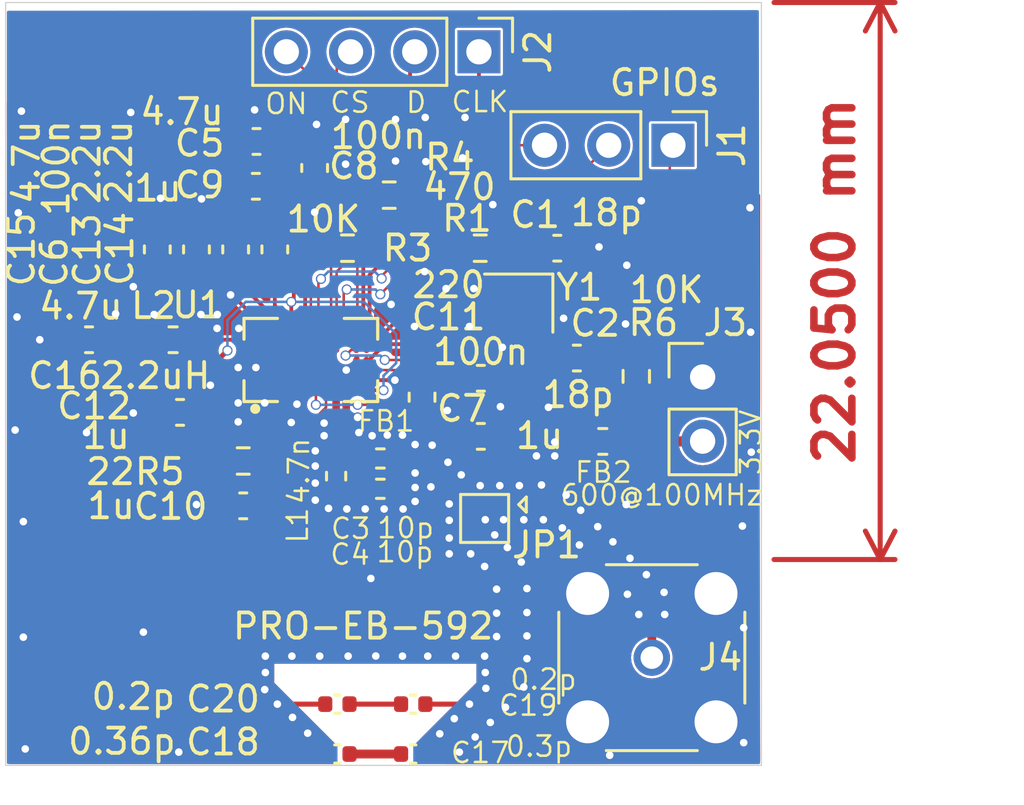
<source format=kicad_pcb>
(kicad_pcb (version 20240108) (generator "pcbnew") (generator_version "8.0")
  (layers (0 "F.Cu" signal) (1 "In1.Cu" signal) (2 "In2.Cu" signal) (31 "B.Cu" signal) (34 "B.Paste" user) (35 "F.Paste" user) (36 "B.SilkS" user "B.Silkscreen") (37 "F.SilkS" user "F.Silkscreen") (38 "B.Mask" user) (39 "F.Mask" user) (44 "Edge.Cuts" user))
  (net 0 "")
  (net 15 "GND")
  (net 16 "Net-(C1-Pad1)")
  (net 17 "Net-(U1-WLRF_XTAL_XOP)")
  (net 18 "Net-(U1-WLRF_XTAL_XON)")
  (net 19 "Net-(U1-WLRF_2G_RF)")
  (net 20 "Net-(C4-Pad1)")
  (net 21 "WLRF_2G_ELG")
  (net 22 "ANTENNA")
  (net 23 "WL_D")
  (net 24 "Net-(U1-SDIO_DATA_1)")
  (net 25 "Net-(U1-SDIO_DATA_0)")
  (net 26 "WL_CLK")
  (net 27 "WL_CS")
  (net 28 "WL_ON")
  (net 29 "WL_GPIO2")
  (net 30 "WL_GPIO1")
  (net 31 "WL_GPIO0")
  (net 32 "VOUT_3P3")
  (net 33 "VOUT_CORE")
  (net 34 "VDDBAT")
  (net 35 "BT_PAVDD")
  (net 36 "XTAL_VDD")
  (net 37 "Net-(U1-BTFM_PLL_VDD)")
  (net 38 "VOUT_LN")
  (net 39 "SR_VLX")
  (net 40 "+3.3V")
  (net 41 "Net-(C17-Pad2)")
  (net 42 "Net-(C19-Pad2)")
  (net 43 "Net-(J4-In)")
  (net 44 "Net-(JP1-C)")
  (footprint "Capacitor_SMD:C_0603_1608Metric" (layer "F.Cu") (at 134.825 91.925 90)
    (property "Reference" "C13")
    (property "Value" "2.2u")
  )
  (footprint "Resistor_SMD:R_0402_1005Metric" (layer "F.Cu") (at 140.55 100.2)
    (property "Reference" "C3")
    (property "Value" "10p")
  )
  (footprint "Capacitor_SMD:C_0402_1005Metric" (layer "F.Cu") (at 138.85 109.925 180)
    (property "Reference" "C20")
    (property "Value" "0.2p")
  )
  (footprint "Connector_PinHeader_2.54mm:PinHeader_1x02_P2.54mm_Vertical" (layer "F.Cu") (at 153.3 96.975)
    (property "Reference" "J3")
    (property "Value" "Power")
  )
  (footprint "Inductor_SMD:L_0603_1608Metric" (layer "F.Cu") (at 142.2 97.775 90)
    (property "Reference" "FB1")
    (property "Value" "600@100MHz" (hide yes))
  )
  (footprint "Capacitor_SMD:C_0603_1608Metric" (layer "F.Cu") (at 133.275 91.925 90)
    (property "Reference" "C6")
    (property "Value" "100n")
  )
  (footprint "Inductor_SMD:L_0603_1608Metric" (layer "F.Cu") (at 149.35 99.525)
    (property "Reference" "FB2")
    (property "Value" "600@100MHz")
  )
  (footprint "Resistor_SMD:R_0603_1608Metric" (layer "F.Cu") (at 150.675 96.95 -90)
    (property "Reference" "R6")
    (property "Value" "10K")
  )
  (footprint "Capacitor_SMD:C_0603_1608Metric" (layer "F.Cu") (at 129.025 95.5 180)
    (property "Reference" "C16")
    (property "Value" "4.7u")
  )
  (footprint "Resistor_SMD:R_0402_1005Metric" (layer "F.Cu") (at 140.55 101.4)
    (property "Reference" "C4")
    (property "Value" "10p")
  )
  (footprint "Capacitor_SMD:C_0603_1608Metric" (layer "F.Cu") (at 136.375 91.925 90)
    (property "Reference" "C14")
    (property "Value" "2.2u")
  )
  (footprint "Capacitor_SMD:C_0603_1608Metric" (layer "F.Cu") (at 148.325 96.225)
    (property "Reference" "C2")
    (property "Value" "18p")
  )
  (footprint "Connector_PinHeader_2.54mm:PinHeader_1x04_P2.54mm_Vertical" (layer "F.Cu") (at 144.45 84.1 -90)
    (property "Reference" "J2")
    (property "Value" "SPI")
  )
  (footprint "Resistor_SMD:R_0402_1005Metric" (layer "F.Cu") (at 138.8 100.9 -90)
    (property "Reference" "L1")
    (property "Value" "4.7n")
  )
  (footprint "Capacitor_SMD:C_0603_1608Metric" (layer "F.Cu") (at 135.125 102.075 180)
    (property "Reference" "C10")
    (property "Value" "1u")
  )
  (footprint "Crystal:Crystal_SMD_2016-4Pin_2.0x1.6mm" (layer "F.Cu") (at 146.025 94.05 180)
    (property "Reference" "Y1")
    (property "Value" "Crystal")
  )
  (footprint "Connector_PinHeader_2.54mm:PinHeader_1x03_P2.54mm_Vertical" (layer "F.Cu") (at 152.125 87.8 -90)
    (property "Reference" "J1")
    (property "Value" "GPIOs")
  )
  (footprint "Capacitor_SMD:C_0603_1608Metric" (layer "F.Cu") (at 144.525 97.025)
    (property "Reference" "C11")
    (property "Value" "100n")
  )
  (footprint "Capacitor_SMD:C_0603_1608Metric" (layer "F.Cu") (at 131.725 91.925 90)
    (property "Reference" "C15")
    (property "Value" "4.7u")
  )
  (footprint "Capacitor_SMD:C_0603_1608Metric" (layer "F.Cu") (at 132.625 98.375 180)
    (property "Reference" "C12")
    (property "Value" "1u")
  )
  (footprint "Connector_Coaxial:SMA_Amphenol_132134-14_Vertical" (layer "F.Cu") (at 151.29 108.085)
    (property "Reference" "J4")
    (property "Value" "RP-SMA Female")
  )
  (footprint "Inductor_SMD:L_0603_1608Metric" (layer "F.Cu") (at 132.35 95.5)
    (property "Reference" "L2")
    (property "Value" "2.2uH")
  )
  (footprint "Capacitor_SMD:C_0603_1608Metric" (layer "F.Cu") (at 135.625 89.425 180)
    (property "Reference" "C9")
    (property "Value" "1u")
  )
  (footprint "Capacitor_SMD:C_0402_1005Metric" (layer "F.Cu") (at 141.85 111.9 180)
    (property "Reference" "C17")
    (property "Value" "0.3p")
  )
  (footprint "Jumper:SolderJumper-3_P1.3mm_Open_Pad1.0x1.5mm" (layer "F.Cu") (at 145.425 102.025)
    (property "Reference" "JP1")
    (property "Value" "SolderJumper_3_Open")
  )
  (footprint "Capacitor_SMD:C_0603_1608Metric" (layer "F.Cu") (at 144.525 99.325)
    (property "Reference" "C7")
    (property "Value" "1u")
  )
  (footprint "Resistor_SMD:R_0603_1608Metric" (layer "F.Cu") (at 139.25 91.875)
    (property "Reference" "R3")
    (property "Value" "10K")
  )
  (footprint "CYW43439KUBGT:BGA63N40P7X12_287X487X55N" (layer "F.Cu") (at 137.8 96.3 90)
    (property "Reference" "U1")
    (property "Value" "CYW43439KUBGT")
  )
  (footprint "Capacitor_SMD:C_0402_1005Metric" (layer "F.Cu") (at 141.85 109.925 180)
    (property "Reference" "C19")
    (property "Value" "0.2p")
  )
  (footprint "Capacitor_SMD:C_0402_1005Metric" (layer "F.Cu") (at 138.85 111.9 180)
    (property "Reference" "C18")
    (property "Value" "0.36p")
  )
  (footprint "Capacitor_SMD:C_0603_1608Metric" (layer "F.Cu") (at 147.55 91.875)
    (property "Reference" "C1")
    (property "Value" "18p")
  )
  (footprint "Resistor_SMD:R_0603_1608Metric" (layer "F.Cu") (at 140.9 89.775)
    (property "Reference" "R4")
    (property "Value" "470")
  )
  (footprint "Capacitor_SMD:C_0603_1608Metric" (layer "F.Cu") (at 137.95 88.7 90)
    (property "Reference" "C8")
    (property "Value" "100n")
  )
  (footprint "Capacitor_SMD:C_0603_1608Metric" (layer "F.Cu") (at 135.65 87.65 180)
    (property "Reference" "C5")
    (property "Value" "4.7u")
  )
  (footprint "Resistor_SMD:R_0603_1608Metric" (layer "F.Cu") (at 135.125 100.3)
    (property "Reference" "R5")
    (property "Value" "22")
  )
  (footprint "Resistor_SMD:R_0603_1608Metric" (layer "F.Cu") (at 144.5 91.875)
    (property "Reference" "R1")
    (property "Value" "220")
  )
  (gr_rect (start 125.725 82.15) (end 155.625 112.35) (stroke (width 0.05)) (fill none) (layer "Edge.Cuts"))
  (gr_text "CLK" (at 143.3 86.55 0) (layer "F.SilkS") (effects (font (size 0.8 0.8) (thickness 0.1)) (justify left bottom)))
  (gr_text "CS" (at 138.5 86.575 0) (layer "F.SilkS") (effects (font (size 0.8 0.8) (thickness 0.1)) (justify left bottom)))
  (gr_text "D" (at 141.5 86.575 0) (layer "F.SilkS") (effects (font (size 0.8 0.8) (thickness 0.1)) (justify left bottom)))
  (gr_text "PRO-EB-592" (at 134.625 107.425 0) (layer "F.SilkS") (effects (font (size 1 1)) (justify left bottom)))
  (gr_text "ON\n" (at 135.925 86.625 0) (layer "F.SilkS") (effects (font (size 0.8 0.8) (thickness 0.1)) (justify left bottom)))
  (gr_text "3.3V" (at 155.675 100.925 90) (layer "F.SilkS") (effects (font (size 0.8 0.8) (thickness 0.1)) (justify left bottom)))
  (dimension (type aligned) (layer "F.Cu") (pts (xy 155.625 104.2) (xy 155.625 82.15)) (height 4.7) (gr_text "22.0500 mm" (at 158.525 93.175 90) (layer "F.Cu") (effects (font (size 1.5 1.5) (thickness 0.3)))) (format (prefix "") (suffix "") (units 3) (units_format 1) (precision 4)) (style (thickness 0.2) (arrow_length 1.27) (text_position_mode 0) (extension_height 0.58642) (extension_offset 0.5) keep_text_aligned))
  (segment (start 134.85 91.175) (end 134.825 91.15) (width 0.1) (layer "F.Cu") (net 15))
  (segment (start 138.025 87.85) (end 137.95 87.925) (width 0.1) (layer "F.Cu") (net 15))
  (segment (start 134.875 89.4) (end 134.85 89.425) (width 0.1) (layer "F.Cu") (net 15))
  (segment (start 144.075 109.925) (end 142.33 109.925) (width 0.2) (layer "F.Cu") (net 15))
  (segment (start 138.37 109.925) (end 136.475 109.925) (width 0.2) (layer "F.Cu") (net 15))
  (segment (start 136.8 96.3) (end 136 95.5) (width 0.1) (layer "F.Cu") (net 15))
  (segment (start 136 95.5) (end 135.6 95.1) (width 0.1) (layer "F.Cu") (net 15))
  (via (at 146.225 109.25) (size 0.4) (drill 0.3) (layers "F.Cu" "B.Cu") (net 15))
  (via (at 144.7 102.625) (size 0.4) (drill 0.3) (layers "F.Cu" "B.Cu") (net 15))
  (via (at 150.3 92.55) (size 0.4) (drill 0.3) (layers "F.Cu" "B.Cu") (net 15))
  (via (at 142.35 88.45) (size 0.4) (drill 0.3) (layers "F.Cu" "B.Cu") (net 15))
  (via (at 149.15 102.9) (size 0.4) (drill 0.3) (layers "F.Cu" "B.Cu") (net 15))
  (via (at 132.575 111.825) (size 0.4) (drill 0.3) (layers "F.Cu" "B.Cu") (net 15))
  (via (at 144.725 109.3) (size 0.4) (drill 0.3) (layers "F.Cu" "B.Cu") (net 15))
  (via (at 154.925 111.45) (size 0.4) (drill 0.3) (layers "F.Cu" "B.Cu") (net 15))
  (via (at 145.575 103.725) (size 0.4) (drill 0.3) (layers "F.Cu" "B.Cu") (net 15))
  (via (at 145.15 107.25) (size 0.4) (drill 0.3) (layers "F.Cu" "B.Cu") (net 15))
  (via (at 145.3 98.15) (size 0.4) (drill 0.3) (layers "F.Cu" "B.Cu") (net 15))
  (via (at 137.25 98.05) (size 0.4) (drill 0.3) (layers "F.Cu" "B.Cu") (net 15))
  (via (at 126.1 99.075) (size 0.4) (drill 0.3) (layers "F.Cu" "B.Cu") (net 15))
  (via (at 146.125 104.3) (size 0.4) (drill 0.3) (layers "F.Cu" "B.Cu") (net 15))
  (via (at 135.575 86.4) (size 0.4) (drill 0.3) (layers "F.Cu" "B.Cu") (net 15))
  (via (at 133.475 89.925) (size 0.4) (drill 0.3) (layers "F.Cu" "B.Cu") (net 15))
  (via (at 126.425 107.275) (size 0.4) (drill 0.3) (layers "F.Cu" "B.Cu") (net 15))
  (via (at 141.425 99.275) (size 0.4) (drill 0.3) (layers "F.Cu" "B.Cu") (net 15))
  (via (at 139.65 98.575) (size 0.4) (drill 0.3) (layers "F.Cu" "B.Cu") (net 15))
  (via (at 141.925 100.775) (size 0.4) (drill 0.3) (layers "F.Cu" "B.Cu") (net 15))
  (via (at 150.775 106.375) (size 0.4) (drill 0.3) (layers "F.Cu" "B.Cu") (net 15))
  (via (at 139.7 99.175) (size 0.4) (drill 0.3) (layers "F.Cu" "B.Cu") (net 15))
  (via (at 138.5 102.175) (size 0.4) (drill 0.3) (layers "F.Cu" "B.Cu") (net 15))
  (via (at 139.95 102.2) (size 0.4) (drill 0.3) (layers "F.Cu" "B.Cu") (net 15))
  (via (at 144.075 109.925) (size 0.4) (drill 0.3) (layers "F.Cu" "B.Cu") (net 15))
  (via (at 134.925 96.6) (size 0.4) (drill 0.3) (layers "F.Cu" "B.Cu") (net 15))
  (via (at 137.05 108.025) (size 0.4) (drill 0.3) (layers "F.Cu" "B.Cu") (net 15))
  (via (at 140.825 99.275) (size 0.4) (drill 0.3) (layers "F.Cu" "B.Cu") (net 15))
  (via (at 135.975 98) (size 0.4) (drill 0.3) (layers "F.Cu" "B.Cu") (net 15))
  (via (at 149.75 103.5) (size 0.4) (drill 0.3) (layers "F.Cu" "B.Cu") (net 15))
  (via (at 145.5 110.05) (size 0.4) (drill 0.3) (layers "F.Cu" "B.Cu") (net 15))
  (via (at 134.1 94.5) (size 0.4) (drill 0.3) (layers "F.Cu" "B.Cu") (net 15))
  (via (at 154.925 106.9) (size 0.4) (drill 0.3) (layers "F.Cu" "B.Cu") (net 15))
  (via (at 134.925 98.75) (size 0.4) (drill 0.3) (layers "F.Cu" "B.Cu") (net 15))
  (via (at 148.475 102.25) (size 0.4) (drill 0.3) (layers "F.Cu" "B.Cu") (net 15))
  (via (at 144.7 108.675) (size 0.4) (drill 0.3) (layers "F.Cu" "B.Cu") (net 15))
  (via (at 142.325 86.7) (size 0.4) (drill 0.3) (layers "F.Cu" "B.Cu") (net 15))
  (via (at 139.175 88.55) (size 0.4) (drill 0.3) (layers "F.Cu" "B.Cu") (net 15))
  (via (at 126.175 94.6) (size 0.4) (drill 0.3) (layers "F.Cu" "B.Cu") (net 15))
  (via (at 143.675 111.825) (size 0.4) (drill 0.3) (layers "F.Cu" "B.Cu") (net 15))
  (via (at 144.3 111.225) (size 0.4) (drill 0.3) (layers "F.Cu" "B.Cu") (net 15))
  (via (at 143.275 103.35) (size 0.4) (drill 0.3) (layers "F.Cu" "B.Cu") (net 15))
  (via (at 143.225 100.35) (size 0.4) (drill 0.3) (layers "F.Cu" "B.Cu") (net 15))
  (via (at 154.875 102.875) (size 0.4) (drill 0.3) (layers "F.Cu" "B.Cu") (net 15))
  (via (at 137.075 110.45) (size 0.4) (drill 0.3) (layers "F.Cu" "B.Cu") (net 15))
  (via (at 150.275 102.025) (size 0.4) (drill 0.3) (layers "F.Cu" "B.Cu") (net 15))
  (via (at 141.925 99.65) (size 0.4) (drill 0.3) (layers "F.Cu" "B.Cu") (net 15))
  (via (at 142.9 111.1) (size 0.4) (drill 0.3) (layers "F.Cu" "B.Cu") (net 15))
  (via (at 151.775 105.5) (size 0.4) (drill 0.3) (layers "F.Cu" "B.Cu") (net 15))
  (via (at 140.368753 108.019975) (size 0.4) (drill 0.3) (layers "F.Cu" "B.Cu") (net 15))
  (via (at 134.09 95.05) (size 0.4) (drill 0.3) (layers "F.Cu" "B.Cu") (net 15))
  (via (at 155.175 90.275) (size 0.4) (drill 0.3) (layers "F.Cu" "B.Cu") (net 15))
  (via (at 147.8 94.65) (size 0.4) (drill 0.3) (layers "F.Cu" "B.Cu") (net 15))
  (via (at 137.975 101.85) (size 0.4) (drill 0.3) (layers "F.Cu" "B.Cu") (net 15))
  (via (at 143.275 102) (size 0.4) (drill 0.3) (layers "F.Cu" "B.Cu") (net 15))
  (via (at 144.075 94.975) (size 0.4) (drill 0.3) (layers "F.Cu" "B.Cu") (net 15))
  (via (at 128.925 99.175) (size 0.4) (drill 0.3) (layers "F.Cu" "B.Cu") (net 15))
  (via (at 140.175 104.95) (size 0.4) (drill 0.3) (layers "F.Cu" "B.Cu") (net 15))
  (via (at 127.075 95.5) (size 0.4) (drill 0.3) (layers "F.Cu" "B.Cu") (net 15))
  (via (at 144.675 104.475) (size 0.4) (drill 0.3) (layers "F.Cu" "B.Cu") (net 15))
  (via (at 135.625 96.6) (size 0.4) (drill 0.3) (layers "F.Cu" "B.Cu") (net 15))
  (via (at 126.425 102.7) (size 0.4) (drill 0.3) (layers "F.Cu" "B.Cu") (net 15))
  (via (at 143.475 110.5) (size 0.4) (drill 0.3) (layers "F.Cu" "B.Cu") (net 15))
  (via (at 145 90.15) (size 0.4) (drill 0.3) (layers "F.Cu" "B.Cu") (net 15))
  (via (at 137.975 101.175) (size 0.4) (drill 0.3) (layers "F.Cu" "B.Cu") (net 15))
  (via (at 143.525 108.025) (size 0.4) (drill 0.3) (layers "F.Cu" "B.Cu") (net 15))
  (via (at 146.35 106.3) (size 0.4) (drill 0.3) (layers "F.Cu" "B.Cu") (net 15))
  (via (at 133.275 102.025) (size 0.4) (drill 0.3) (layers "F.Cu" "B.Cu") (net 15))
  (via (at 133.45 94.5) (size 0.4) (drill 0.3) (layers "F.Cu" "B.Cu") (net 15))
  (via (at 137.975 99.9) (size 0.4) (drill 0.3) (layers "F.Cu" "B.Cu") (net 15))
  (via (at 130.775 98.4) (size 0.4) (drill 0.3) (layers "F.Cu" "B.Cu") (net 15))
  (via (at 145.425 102.625) (size 0.4) (drill 0.3) (layers "F.Cu" "B.Cu") (net 15))
  (via (at 130.675 86.5) (size 0.4) (drill 0.3) (layers "F.Cu" "B.Cu") (net 15))
  (via (at 140.225 99.3) (size 0.4) (drill 0.3) (layers "F.Cu" "B.Cu") (net 15))
  (via (at 142.3 92.8) (size 0.4) (drill 0.3) (layers "F.Cu" "B.Cu") (net 15))
  (via (at 145.075 103.225) (size 0.4) (drill 0.3) (layers "F.Cu" "B.Cu") (net 15))
  (via (at 137.025 98.775) (size 0.4) (drill 0.3) (layers "F.Cu" "B.Cu") (net 15))
  (via (at 144.25 93.475) (size 0.4) (drill 0.3) (layers "F.Cu" "B.Cu") (net 15))
  (via (at 136 108.675) (size 0.4) (drill 0.3) (layers "F.Cu" "B.Cu") (net 15))
  (via (at 139.225 102.2) (size 0.4) (drill 0.3) (layers "F.Cu" "B.Cu") (net 15))
  (via (at 143.8 88.3) (size 0.4) (drill 0.3) (layers "F.Cu" "B.Cu") (net 15))
  (via (at 139.175 86.775) (size 0.4) (drill 0.3) (layers "F.Cu" "B.Cu") (net 15))
  (via (at 144.125 103.975) (size 0.4) (drill 0.3) (layers "F.Cu" "B.Cu") (net 15))
  (via (at 146.35 108.125) (size 0.4) (drill 0.3) (layers "F.Cu" "B.Cu") (net 15))
  (via (at 141.425 108.025) (size 0.4) (drill 0.3) (layers "F.Cu" "B.Cu") (net 15))
  (via (at 139.2 96.7) (size 0.4) (drill 0.3) (layers "F.Cu" "B.Cu") (net 15))
  (via (at 146.35 105.35) (size 0.4) (drill 0.3) (layers "F.Cu" "B.Cu") (net 15))
  (via (at 150.875 90) (size 0.4) (drill 0.3) (layers "F.Cu" "B.Cu") (net 15))
  (via (at 151.075 104.8) (size 0.4) (drill 0.3) (layers "F.Cu" "B.Cu") (net 15))
  (via (at 144.675 108.025) (size 0.4) (drill 0.3) (layers "F.Cu" "B.Cu") (net 15))
  (via (at 135.975 109.35) (size 0.4) (drill 0.3) (layers "F.Cu" "B.Cu") (net 15))
  (via (at 147.75 102.95) (size 0.4) (drill 0.3) (layers "F.Cu" "B.Cu") (net 15))
  (via (at 134.95 95.05) (size 0.4) (drill 0.3) (layers "F.Cu" "B.Cu") (net 15))
  (via (at 149.2 91.825) (size 0.4) (drill 0.3) (layers "F.Cu" "B.Cu") (net 15))
  (via (at 147.9 101.65) (size 0.4) (drill 0.3) (layers "F.Cu" "B.Cu") (net 15))
  (via (at 126.35 86.45) (size 0.4) (drill 0.3) (layers "F.Cu" "B.Cu") (net 15))
  (via (at 142.6 99.675) (size 0.4) (drill 0.3) (layers "F.Cu" "B.Cu") (net 15))
  (via (at 138.025 86.975) (size 0.4) (drill 0.3) (layers "F.Cu" "B.Cu") (net 15))
  (via (at 141.15 88.425) (size 0.4) (drill 0.3) (layers "F.Cu" "B.Cu") (net 15))
  (via (at 149.625 111.95) (size 0.4) (drill 0.3) (layers "F.Cu" "B.Cu") (net 15))
  (via (at 144.9 110.65) (size 0.4) (drill 0.3) (layers "F.Cu" "B.Cu") (net 15))
  (via (at 138.325 98.8) (size 0.4) (drill 0.3) (layers "F.Cu" "B.Cu") (net 15))
  (via (at 150.325 105.575) (size 0.4) (drill 0.3) (layers "F.Cu" "B.Cu") (net 15))
  (via (at 144.5 101.275) (size 0.4) (drill 0.3) (layers "F.Cu" "B.Cu") (net 15))
  (via (at 146.35 107.225) (size 0.4) (drill 0.3) (layers "F.Cu" "B.Cu") (net 15))
  (via (at 140.975 94.1) (size 0.4) (drill 0.3) (layers "F.Cu" "B.Cu") (net 15))
  (via (at 143.275 102.65) (size 0.4) (drill 0.3) (layers "F.Cu" "B.Cu") (net 15))
  (via (at 138.15 108.025) (size 0.4) (drill 0.3) (layers "F.Cu" "B.Cu") (net 15))
  (via (at 131.85 89.9) (size 0.4) (drill 0.3) (layers "F.Cu" "B.Cu") (net 15))
  (via (at 146.225 102.625) (size 0.4) (drill 0.3) (layers "F.Cu" "B.Cu") (net 15))
  (via (at 145.15 105.375) (size 0.4) (drill 0.3) (layers "F.Cu" "B.Cu") (net 15))
  (via (at 141.9 94.975) (size 0.4) (drill 0.3) (layers "F.Cu" "B.Cu") (net 15))
  (via (at 141.15 86.775) (size 0.4) (drill 0.3) (layers "F.Cu" "B.Cu") (net 15))
  (via (at 155.2 95.2) (size 0.4) (drill 0.3) (layers "F.Cu" "B.Cu") (net 15))
  (via (at 146.05 101.275) (size 0.4) (drill 0.3) (layers "F.Cu" "B.Cu") (net 15))
  (via (at 142.425 108.025) (size 0.4) (drill 0.3) (layers "F.Cu" "B.Cu") (net 15))
  (via (at 137.975 100.5) (size 0.4) (drill 0.3) (layers "F.Cu" "B.Cu") (net 15))
  (via (at 133.825 97.3) (size 0.4) (drill 0.3) (layers "F.Cu" "B.Cu") (net 15))
  (via (at 136.475 109.925) (size 0.4) (drill 0.3) (layers "F.Cu" "B.Cu") (net 15))
  (via (at 126.225 90.475) (size 0.4) (drill 0.3) (layers "F.Cu" "B.Cu") (net 15))
  (via (at 148.425 103.625) (size 0.4) (drill 0.3) (layers "F.Cu" "B.Cu") (net 15))
  (via (at 126.5 111.7) (size 0.4) (drill 0.3) (layers "F.Cu" "B.Cu") (net 15))
  (via (at 141.45 102.2) (size 0.4) (drill 0.3) (layers "F.Cu" "B.Cu") (net 15))
  (via (at 141.925 101.9) (size 0.4) (drill 0.3) (layers "F.Cu" "B.Cu") (net 15))
  (via (at 150.25 94.875) (size 0.4) (drill 0.3) (layers "F.Cu" "B.Cu") (net 15))
  (via (at 137.675 111.075) (size 0.4) (drill 0.3) (layers "F.Cu" "B.Cu") (net 15))
  (via (at 141.925 101.35) (size 0.4) (drill 0.3) (layers "F.Cu" "B.Cu") (net 15))
  (via (at 136 108.025) (size 0.4) (drill 0.3) (layers "F.Cu" "B.Cu") (net 15))
  (via (at 143.75 100.85) (size 0.4) (drill 0.3) (layers "F.Cu" "B.Cu") (net 15))
  (via (at 145.375 95.8) (size 0.4) (drill 0.3) (layers "F.Cu" "B.Cu") (net 15))
  (via (at 143.15 93.475) (size 0.4) (drill 0.3) (layers "F.Cu" "B.Cu") (net 15))
  (via (at 151.8 106.375) (size 0.4) (drill 0.3) (layers "F.Cu" "B.Cu") (net 15))
  (via (at 143.9 86.7) (size 0.4) (drill 0.3) (layers "F.Cu" "B.Cu") (net 15))
  (via (at 139.275 108.025) (size 0.4) (drill 0.3) (layers "F.Cu" "B.Cu") (net 15))
  (via (at 134.925 98) (size 0.4) (drill 0.3) (layers "F.Cu" "B.Cu") (net 15))
  (via (at 140.7 102.2) (size 0.4) (drill 0.3) (layers "F.Cu" "B.Cu") (net 15))
  (via (at 147 102.625) (size 0.4) (drill 0.3) (layers "F.Cu" "B.Cu") (net 15))
  (via (at 147.2 98.175) (size 0.4) (drill 0.3) (layers "F.Cu" "B.Cu") (net 15))
  (via (at 150.425 104.15) (size 0.4) (drill 0.3) (layers "F.Cu" "B.Cu") (net 15))
  (via (at 145.275 101.275) (size 0.4) (drill 0.3) (layers "F.Cu" "B.Cu") (net 15))
  (via (at 143.275 103.975) (size 0.4) (drill 0.3) (layers "F.Cu" "B.Cu") (net 15))
  (via (at 146.925 101.25) (size 0.4) (drill 0.3) (layers "F.Cu" "B.Cu") (net 15))
  (via (at 145.15 106.325) (size 0.4) (drill 0.3) (layers "F.Cu" "B.Cu") (net 15))
  (via (at 138.325 99.3) (size 0.4) (drill 0.3) (layers "F.Cu" "B.Cu") (net 15))
  (via (at 131.175 107.075) (size 0.4) (drill 0.3) (layers "F.Cu" "B.Cu") (net 15))
  (via (at 155.225 99.95) (size 0.4) (drill 0.3) (layers "F.Cu" "B.Cu") (net 15))
  (via (at 142.55 101.325) (size 0.4) (drill 0.3) (layers "F.Cu" "B.Cu") (net 15))
  (segment (start 146.775 91.875) (end 146.775 93.45) (width 0.2) (layer "F.Cu") (net 16))
  (segment (start 146.825 93.475) (end 146.8 93.5) (width 0.1) (layer "F.Cu") (net 16))
  (segment (start 145.325 91.875) (end 146.775 91.875) (width 0.2) (layer "F.Cu") (net 16))
  (segment (start 146.6 93.25) (end 146.825 93.475) (width 0.15) (layer "F.Cu") (net 16))
  (segment (start 146.15 95.425) (end 145.325 94.6) (width 0.15) (layer "F.Cu") (net 17))
  (segment (start 140 96.3) (end 140.105025 96.3) (width 0.15) (layer "F.Cu") (net 17))
  (segment (start 140.105025 96.3) (end 140.730025 95.675) (width 0.15) (layer "F.Cu") (net 17))
  (segment (start 147.55 96.225) (end 146.75 95.425) (width 0.15) (layer "F.Cu") (net 17))
  (segment (start 146.75 95.425) (end 146.15 95.425) (width 0.15) (layer "F.Cu") (net 17))
  (segment (start 144.25 95.675) (end 145.325 94.6) (width 0.15) (layer "F.Cu") (net 17))
  (segment (start 140.730025 95.675) (end 144.25 95.675) (width 0.15) (layer "F.Cu") (net 17))
  (segment (start 140 95.9) (end 140.0375 95.9) (width 0.15) (layer "F.Cu") (net 18))
  (segment (start 143.675 92.225) (end 143.675 91.875) (width 0.1) (layer "F.Cu") (net 18))
  (segment (start 143.675 92.2625) (end 143.675 92.225) (width 0.15) (layer "F.Cu") (net 18))
  (segment (start 140.0375 95.9) (end 143.675 92.2625) (width 0.15) (layer "F.Cu") (net 18))
  (segment (start 139.2 99.36) (end 140.04 100.2) (width 0.3) (layer "F.Cu") (net 19))
  (segment (start 139.2 97.5) (end 139.2 99.36) (width 0.3) (layer "F.Cu") (net 19))
  (segment (start 140.005 101.435) (end 138.675 101.435) (width 0.35) (layer "F.Cu") (net 20))
  (segment (start 140.04 101.4) (end 140.005 101.435) (width 0.35) (layer "F.Cu") (net 20))
  (segment (start 138.8 97.5) (end 138.8 100.29) (width 0.3) (layer "F.Cu") (net 21))
  (segment (start 142.9 111.9) (end 142.33 111.9) (width 0.35) (layer "F.Cu") (net 22))
  (segment (start 145.7 104.7) (end 145.7 109.1) (width 0.35) (layer "F.Cu") (net 22))
  (segment (start 144.125 103.125) (end 145.7 104.7) (width 0.35) (layer "F.Cu") (net 22))
  (segment (start 145.7 109.1) (end 142.9 111.9) (width 0.35) (layer "F.Cu") (net 22))
  (segment (start 139.6 95.1) (end 139.6 94.725) (width 0.15) (layer "F.Cu") (net 23))
  (segment (start 139.6 95.5) (end 139.6 95.1) (width 0.1) (layer "F.Cu") (net 23))
  (segment (start 140.075 91.425) (end 141.725 89.775) (width 0.15) (layer "F.Cu") (net 23))
  (segment (start 141.725 89.775) (end 141.725 84.285) (width 0.15) (layer "F.Cu") (net 23))
  (segment (start 139.6 94.725) (end 139.875 94.45) (width 0.15) (layer "F.Cu") (net 23))
  (segment (start 140.075 91.875) (end 140.075 91.425) (width 0.15) (layer "F.Cu") (net 23))
  (segment (start 141.725 84.285) (end 141.91 84.1) (width 0.15) (layer "F.Cu") (net 23))
  (segment (start 139.875 92.075) (end 140.075 91.875) (width 0.15) (layer "F.Cu") (net 23))
  (segment (start 139.875 94.45) (end 139.875 92.075) (width 0.15) (layer "F.Cu") (net 23))
  (segment (start 138.4 95.1) (end 138.6 94.9) (width 0.1) (layer "F.Cu") (net 24))
  (segment (start 138.6 94.9) (end 138.6 92.05) (width 0.1) (layer "F.Cu") (net 24))
  (segment (start 138.6 92.05) (end 138.425 91.875) (width 0.1) (layer "F.Cu") (net 24))
  (segment (start 139.525 90.325) (end 140.075 89.775) (width 0.1) (layer "F.Cu") (net 25))
  (segment (start 139.3 95.4) (end 139.3 94.525) (width 0.1) (layer "F.Cu") (net 25))
  (segment (start 139.525 92.300516) (end 139.525 90.325) (width 0.1) (layer "F.Cu") (net 25))
  (segment (start 139.3 94.525) (end 139.64 94.185) (width 0.1) (layer "F.Cu") (net 25))
  (segment (start 139.64 92.415516) (end 139.525 92.300516) (width 0.1) (layer "F.Cu") (net 25))
  (segment (start 139.2 95.5) (end 139.3 95.4) (width 0.1) (layer "F.Cu") (net 25))
  (segment (start 139.64 94.185) (end 139.64 92.415516) (width 0.1) (layer "F.Cu") (net 25))
  (segment (start 140 95.1) (end 140.125 94.975) (width 0.15) (layer "F.Cu") (net 26))
  (segment (start 144.45 88.605025) (end 144.45 84.1) (width 0.15) (layer "F.Cu") (net 26))
  (segment (start 140.125 94.975) (end 140.125 92.930025) (width 0.15) (layer "F.Cu") (net 26))
  (segment (start 140.125 92.930025) (end 144.45 88.605025) (width 0.15) (layer "F.Cu") (net 26))
  (segment (start 138.825 91) (end 138.825 84.645) (width 0.1) (layer "F.Cu") (net 27))
  (segment (start 138.82 92.805) (end 139.075 92.55) (width 0.1) (layer "F.Cu") (net 27))
  (segment (start 139.075 92.55) (end 139.075 91.25) (width 0.1) (layer "F.Cu") (net 27))
  (segment (start 138.82 95.08) (end 138.82 92.805) (width 0.1) (layer "F.Cu") (net 27))
  (segment (start 138.825 84.645) (end 139.37 84.1) (width 0.1) (layer "F.Cu") (net 27))
  (segment (start 139.075 91.25) (end 138.825 91) (width 0.1) (layer "F.Cu") (net 27))
  (segment (start 138.8 95.1) (end 138.82 95.08) (width 0.1) (layer "F.Cu") (net 27))
  (segment (start 138 95.9) (end 138 95.5) (width 0.1) (layer "F.Cu") (net 28))
  (segment (start 138 95.382843) (end 137.9 95.282843) (width 0.1) (layer "F.Cu") (net 28))
  (segment (start 137.8 94.6) (end 137.8 91.45) (width 0.1) (layer "F.Cu") (net 28))
  (segment (start 137.45 96.2) (end 137.7 96.2) (width 0.1) (layer "F.Cu") (net 28))
  (segment (start 138.575 90.675) (end 138.575 85.845) (width 0.1) (layer "F.Cu") (net 28))
  (segment (start 138.575 85.845) (end 136.83 84.1) (width 0.1) (layer "F.Cu") (net 28))
  (segment (start 137.7 96.2) (end 138 95.9) (width 0.1) (layer "F.Cu") (net 28))
  (segment (start 137.8 91.45) (end 138.575 90.675) (width 0.1) (layer "F.Cu") (net 28))
  (segment (start 137.9 95.282843) (end 137.9 94.7) (width 0.1) (layer "F.Cu") (net 28))
  (segment (start 138 95.5) (end 138 95.382843) (width 0.1) (layer "F.Cu") (net 28))
  (segment (start 137.9 94.7) (end 137.8 94.6) (width 0.1) (layer "F.Cu") (net 28))
  (segment (start 137.2 95.5) (end 137.2 95.95) (width 0.1) (layer "F.Cu") (net 28))
  (segment (start 137.2 95.95) (end 137.45 96.2) (width 0.1) (layer "F.Cu") (net 28))
  (segment (start 146.775 97.1) (end 150.05 97.1) (width 0.1) (layer "F.Cu") (net 29))
  (segment (start 152 94.8) (end 152 87.925) (width 0.1) (layer "F.Cu") (net 29))
  (segment (start 145.975 96.3) (end 146.775 97.1) (width 0.1) (layer "F.Cu") (net 29))
  (segment (start 152 87.925) (end 152.125 87.8) (width 0.1) (layer "F.Cu") (net 29))
  (segment (start 139.6 95.9) (end 139.4 95.9) (width 0.1) (layer "F.Cu") (net 29))
  (segment (start 150.675 96.475) (end 150.675 96.125) (width 0.1) (layer "F.Cu") (net 29))
  (segment (start 152.125 87.8) (end 152.125 87.925) (width 0.1) (layer "F.Cu") (net 29))
  (segment (start 150.05 97.1) (end 150.675 96.475) (width 0.1) (layer "F.Cu") (net 29))
  (segment (start 140.725 96.3) (end 145.975 96.3) (width 0.1) (layer "F.Cu") (net 29))
  (segment (start 139.4 95.9) (end 139.175 96.125) (width 0.1) (layer "F.Cu") (net 29))
  (segment (start 150.675 96.125) (end 152 94.8) (width 0.1) (layer "F.Cu") (net 29))
  (via (at 139.175 96.125) (size 0.4) (drill 0.3) (layers "F.Cu" "B.Cu") (net 29))
  (via (at 140.725 96.3) (size 0.4) (drill 0.3) (layers "F.Cu" "B.Cu") (net 29))
  (segment (start 139.175 96.125) (end 140.55 96.125) (width 0.1) (layer "B.Cu") (net 29))
  (segment (start 140.55 96.125) (end 140.725 96.3) (width 0.1) (layer "B.Cu") (net 29))
  (segment (start 138.2 93.091608) (end 138.1 93.191608) (width 0.1) (layer "F.Cu") (net 30))
  (segment (start 145.775 87.8) (end 147.045 87.8) (width 0.1) (layer "F.Cu") (net 30))
  (segment (start 147.045 87.8) (end 147.045 87.925) (width 0.1) (layer "F.Cu") (net 30))
  (segment (start 138.1 93.191608) (end 138.1 94.375) (width 0.1) (layer "F.Cu") (net 30))
  (segment (start 138.1 95.2) (end 138.1 94.375) (width 0.1) (layer "F.Cu") (net 30))
  (segment (start 138.4 95.5) (end 138.1 95.2) (width 0.1) (layer "F.Cu") (net 30))
  (segment (start 140.6 92.975) (end 145.775 87.8) (width 0.1) (layer "F.Cu") (net 30))
  (segment (start 140.6 93.075) (end 140.6 92.975) (width 0.1) (layer "F.Cu") (net 30))
  (via (at 140.6 93.075) (size 0.4) (drill 0.3) (layers "F.Cu" "B.Cu") (net 30))
  (via (at 138.2 93.091608) (size 0.4) (drill 0.3) (layers "F.Cu" "B.Cu") (net 30))
  (segment (start 140.325 92.8) (end 138.491608 92.8) (width 0.1) (layer "B.Cu") (net 30))
  (segment (start 140.6 93.075) (end 140.325 92.8) (width 0.1) (layer "B.Cu") (net 30))
  (segment (start 138.491608 92.8) (end 138.2 93.091608) (width 0.1) (layer "B.Cu") (net 30))
  (segment (start 147.985 89.4) (end 149.585 87.8) (width 0.1) (layer "F.Cu") (net 31))
  (segment (start 139.1 95.2) (end 138.8 95.5) (width 0.1) (layer "F.Cu") (net 31))
  (segment (start 140.55 93.7) (end 144.85 89.4) (width 0.1) (layer "F.Cu") (net 31))
  (segment (start 139.22 93.51) (end 139.1 93.63) (width 0.1) (layer "F.Cu") (net 31))
  (segment (start 139.1 93.63) (end 139.1 95.2) (width 0.1) (layer "F.Cu") (net 31))
  (segment (start 144.85 89.4) (end 147.985 89.4) (width 0.1) (layer "F.Cu") (net 31))
  (via (at 139.22 93.51) (size 0.4) (drill 0.3) (layers "F.Cu" "B.Cu") (net 31))
  (via (at 140.55 93.7) (size 0.4) (drill 0.3) (layers "F.Cu" "B.Cu") (net 31))
  (segment (start 139.22 93.51) (end 140.36 93.51) (width 0.1) (layer "B.Cu") (net 31))
  (segment (start 140.36 93.51) (end 140.55 93.7) (width 0.1) (layer "B.Cu") (net 31))
  (segment (start 137.025 94.4) (end 137.2 94.575) (width 0.15) (layer "F.Cu") (net 32))
  (segment (start 137.025 94) (end 137.125 93.9) (width 0.15) (layer "F.Cu") (net 32))
  (segment (start 137.125 94) (end 137.15 93.975) (width 0.1) (layer "F.Cu") (net 32))
  (segment (start 137.2 94.575) (end 137.2 95.1) (width 0.15) (layer "F.Cu") (net 32))
  (segment (start 140.675 97.5) (end 140 97.5) (width 0.15) (layer "F.Cu") (net 32))
  (segment (start 132.7 99.075) (end 133.925 100.3) (width 0.2) (layer "F.Cu") (net 32))
  (segment (start 137.025 94) (end 137.025 94.4) (width 0.15) (layer "F.Cu") (net 32))
  (segment (start 133.925 100.3) (end 134.3 100.3) (width 0.2) (layer "F.Cu") (net 32))
  (segment (start 132.7 97.725) (end 132.7 99.075) (width 0.2) (layer "F.Cu") (net 32))
  (segment (start 136.4 89.425) (end 136.4 87.675) (width 0.2) (layer "F.Cu") (net 32))
  (segment (start 134.5 95.925) (end 132.7 97.725) (width 0.2) (layer "F.Cu") (net 32))
  (segment (start 137.125 90.15) (end 136.4 89.425) (width 0.15) (layer "F.Cu") (net 32))
  (segment (start 137.125 93.9) (end 137.125 90.15) (width 0.15) (layer "F.Cu") (net 32))
  (segment (start 136.4 87.675) (end 136.425 87.65) (width 0.1) (layer "F.Cu") (net 32))
  (segment (start 137.025 94) (end 137.125 94) (width 0.1) (layer "F.Cu") (net 32))
  (via (at 134.5 95.925) (size 0.4) (drill 0.3) (layers "F.Cu" "B.Cu") (net 32))
  (via (at 137.025 94) (size 0.4) (drill 0.3) (layers "F.Cu" "B.Cu") (net 32))
  (via (at 140.675 97.5) (size 0.4) (drill 0.3) (layers "F.Cu" "B.Cu") (net 32))
  (segment (start 137.025 94) (end 139.9 94) (width 0.1) (layer "B.Cu") (net 32))
  (segment (start 135.225 94) (end 137.025 94) (width 0.1) (layer "B.Cu") (net 32))
  (segment (start 134.5 95.925) (end 134.5 94.725) (width 0.1) (layer "B.Cu") (net 32))
  (segment (start 139.9 94) (end 141.175 95.275) (width 0.1) (layer "B.Cu") (net 32))
  (segment (start 141.175 95.275) (end 141.175 96.425) (width 0.1) (layer "B.Cu") (net 32))
  (segment (start 134.5 94.725) (end 135.225 94) (width 0.1) (layer "B.Cu") (net 32))
  (segment (start 140.675 96.925) (end 140.675 97.5) (width 0.1) (layer "B.Cu") (net 32))
  (segment (start 141.175 96.425) (end 140.675 96.925) (width 0.1) (layer "B.Cu") (net 32))
  (segment (start 134.825 92.7) (end 133.275 92.7) (width 0.3) (layer "F.Cu") (net 33))
  (segment (start 137.2 96.3) (end 136.8 96.7) (width 0.1) (layer "F.Cu") (net 33))
  (segment (start 136.4 95.5) (end 137.2 96.3) (width 0.1) (layer "F.Cu") (net 33))
  (segment (start 136.7 94.975) (end 136.7 95.2) (width 0.1) (layer "F.Cu") (net 33))
  (segment (start 137.875 96.425) (end 137.325 96.425) (width 0.1) (layer "F.Cu") (net 33))
  (segment (start 138 96.3) (end 137.875 96.425) (width 0.1) (layer "F.Cu") (net 33))
  (segment (start 136.7 95.2) (end 136.4 95.5) (width 0.1) (layer "F.Cu") (net 33))
  (segment (start 136.475 94.75) (end 134.825 93.1) (width 0.15) (layer "F.Cu") (net 33))
  (segment (start 134.825 93.1) (end 134.825 92.7) (width 0.15) (layer "F.Cu") (net 33))
  (segment (start 137.325 96.425) (end 137.2 96.3) (width 0.1) (layer "F.Cu") (net 33))
  (segment (start 136.475 94.75) (end 136.7 94.975) (width 0.1) (layer "F.Cu") (net 33))
  (segment (start 134.687132 93.725) (end 136 95.037868) (width 0.15) (layer "F.Cu") (net 34))
  (segment (start 143.75 99.325) (end 144.525 100.1) (width 0.2) (layer "F.Cu") (net 34))
  (segment (start 137.6 95.5) (end 137.6 95.1) (width 0.1) (layer "F.Cu") (net 34))
  (segment (start 137.95 90.45) (end 137.575 90.825) (width 0.15) (layer "F.Cu") (net 34))
  (segment (start 144.525 100.1) (end 147.9875 100.1) (width 0.2) (layer "F.Cu") (net 34))
  (segment (start 137.95 90.45) (end 137.95 89.475) (width 0.15) (layer "F.Cu") (net 34))
  (segment (start 141.125 97.1) (end 141.8 97.775) (width 0.15) (layer "F.Cu") (net 34))
  (segment (start 137.575 95.075) (end 137.6 95.1) (width 0.15) (layer "F.Cu") (net 34))
  (segment (start 140 97.1) (end 141.125 97.1) (width 0.15) (layer "F.Cu") (net 34))
  (segment (start 142.675 97.775) (end 143.75 98.85) (width 0.15) (layer "F.Cu") (net 34))
  (segment (start 141.8 97.775) (end 142.675 97.775) (width 0.15) (layer "F.Cu") (net 34))
  (segment (start 136 95.037868) (end 136 95.1) (width 0.15) (layer "F.Cu") (net 34))
  (segment (start 137.575 90.825) (end 137.575 95.075) (width 0.15) (layer "F.Cu") (net 34))
  (segment (start 148.5625 99.525) (end 147.475 99.525) (width 0.2) (layer "F.Cu") (net 34))
  (segment (start 134.625 93.725) (end 134.687132 93.725) (width 0.15) (layer "F.Cu") (net 34))
  (segment (start 147.475 99.525) (end 147.45 99.55) (width 0.2) (layer "F.Cu") (net 34))
  (segment (start 143.75 98.85) (end 143.75 99.325) (width 0.15) (layer "F.Cu") (net 34))
  (segment (start 136.4 95.1) (end 136 95.1) (width 0.1) (layer "F.Cu") (net 34))
  (segment (start 147.9875 100.1) (end 148.5625 99.525) (width 0.2) (layer "F.Cu") (net 34))
  (via micro (at 141.125 97.1) (size 0.4) (drill 0.3) (layers "F.Cu" "In2.Cu") (net 34))
  (via micro (at 147.45 99.55) (size 0.4) (drill 0.3) (layers "F.Cu" "In2.Cu") (net 34))
  (via micro (at 146.725 100.1) (size 0.4) (drill 0.3) (layers "F.Cu" "In2.Cu") (net 34))
  (via micro (at 131.6 94.5) (size 0.4) (drill 0.3) (layers "F.Cu" "In2.Cu") (net 34))
  (via micro (at 137.95 90.45) (size 0.4) (drill 0.3) (layers "F.Cu" "In2.Cu") (net 34))
  (via micro (at 143.2 98.3) (size 0.4) (drill 0.3) (layers "F.Cu" "In2.Cu") (net 34))
  (via micro (at 130.075 94.475) (size 0.4) (drill 0.3) (layers "F.Cu" "In2.Cu") (net 34))
  (via micro (at 130.775 93.4) (size 0.4) (drill 0.3) (layers "F.Cu" "In2.Cu") (net 34))
  (via micro (at 147.45 100.1) (size 0.4) (drill 0.3) (layers "F.Cu" "In2.Cu") (net 34))
  (via micro (at 134.625 93.725) (size 0.4) (drill 0.3) (layers "F.Cu" "In2.Cu") (net 34))
  (segment (start 138.4 97.5) (end 138.4 98.175) (width 0.1) (layer "F.Cu") (net 35))
  (segment (start 135.95 100.3) (end 135.95 102.025) (width 0.1) (layer "F.Cu") (net 35))
  (segment (start 136.275 100.3) (end 135.95 100.3) (width 0.1) (layer "F.Cu") (net 35))
  (segment (start 138.4 98.175) (end 136.275 100.3) (width 0.1) (layer "F.Cu") (net 35))
  (segment (start 135.95 102.025) (end 135.9 102.075) (width 0.1) (layer "F.Cu") (net 35))
  (segment (start 140 96.7) (end 143.425 96.7) (width 0.1) (layer "F.Cu") (net 36))
  (segment (start 143.425 96.7) (end 143.75 97.025) (width 0.1) (layer "F.Cu") (net 36))
  (segment (start 138 97.5) (end 137.6 97.5) (width 0.1) (layer "F.Cu") (net 37))
  (segment (start 141.7125 98.075) (end 142.2 98.5625) (width 0.1) (layer "F.Cu") (net 37))
  (segment (start 136.85 97.45) (end 136.85 97.7) (width 0.1) (layer "F.Cu") (net 37))
  (segment (start 136.175 98.375) (end 133.4 98.375) (width 0.1) (layer "F.Cu") (net 37))
  (segment (start 137.6 97.1) (end 137.6 97.5) (width 0.1) (layer "F.Cu") (net 37))
  (segment (start 136.85 97.7) (end 136.175 98.375) (width 0.1) (layer "F.Cu") (net 37))
  (segment (start 137.2 97.1) (end 137.6 97.1) (width 0.1) (layer "F.Cu") (net 37))
  (segment (start 139.65 98.075) (end 141.7125 98.075) (width 0.1) (layer "F.Cu") (net 37))
  (segment (start 137.2 97.1) (end 136.85 97.45) (width 0.1) (layer "F.Cu") (net 37))
  (segment (start 138 98.075) (end 138 97.5) (width 0.1) (layer "F.Cu") (net 37))
  (via (at 139.65 98.075) (size 0.4) (drill 0.3) (layers "F.Cu" "B.Cu") (net 37))
  (via (at 138 98.075) (size 0.4) (drill 0.3) (layers "F.Cu" "B.Cu") (net 37))
  (segment (start 139.65 98.075) (end 138 98.075) (width 0.1) (layer "B.Cu") (net 37))
  (segment (start 136.725 94.5) (end 136.9 94.675) (width 0.1) (layer "F.Cu") (net 38))
  (segment (start 136.9 94.675) (end 136.9 95.4) (width 0.1) (layer "F.Cu") (net 38))
  (segment (start 136.375 94.15) (end 136.375 92.7) (width 0.15) (layer "F.Cu") (net 38))
  (segment (start 136.725 94.5) (end 136.375 94.15) (width 0.15) (layer "F.Cu") (net 38))
  (segment (start 136.9 95.4) (end 136.8 95.5) (width 0.1) (layer "F.Cu") (net 38))
  (segment (start 136.675 93.025) (end 136.375 92.725) (width 0.1) (layer "F.Cu") (net 38))
  (segment (start 135.6 95.5) (end 133.1375 95.5) (width 0.15) (layer "F.Cu") (net 39))
  (segment (start 150.675 98.9875) (end 150.1375 99.525) (width 0.1) (layer "F.Cu") (net 40))
  (segment (start 150.675 97.775) (end 150.675 98.9875) (width 0.1) (layer "F.Cu") (net 40))
  (segment (start 150.1375 99.525) (end 152.965 99.525) (width 0.4) (layer "F.Cu") (net 40))
  (segment (start 141.37 111.9) (end 139.33 111.9) (width 0.35) (layer "F.Cu") (net 41))
  (segment (start 141.37 109.925) (end 139.33 109.925) (width 0.2) (layer "F.Cu") (net 42))
  (segment (start 147.575 102.025) (end 151.29 105.74) (width 0.35) (layer "F.Cu") (net 43))
  (segment (start 145.225 102.025) (end 147.575 102.025) (width 0.35) (layer "F.Cu") (net 43))
  (segment (start 151.29 105.74) (end 151.29 108.085) (width 0.35) (layer "F.Cu") (net 43))
  (segment (start 142.3 100.2) (end 144.125 102.025) (width 0.35) (layer "F.Cu") (net 44))
  (segment (start 141.06 100.2) (end 142.3 100.2) (width 0.35) (layer "F.Cu") (net 44))
  (segment (start 141.06 101.4) (end 141.06 100.2) (width 0.35) (layer "F.Cu") (net 44))
  (zone (net 15) (net_name "GND") (layer "F.Cu") (priority 3) (connect_pads yes (clearance 0.1)) (min_thickness 0.25) (fill yes (thermal_gap 0.5) (thermal_bridge_width 0.5))
    (polygon (pts (xy 155.575 112.275) (xy 141.85 112.325) (xy 141.85 111.575) (xy 144.35 109.075) (xy 144.35 108.325) (xy 136.35 108.325) (xy 136.35 109.075) (xy 138.85 111.575) (xy 138.85 112.325) (xy 125.8 112.3) (xy 125.8 101.625) (xy 155.55 101.675)))
  )
  (zone (net 15) (net_name "GND") (layer "F.Cu") (connect_pads yes (clearance 0.1)) (min_thickness 0.1) (fill yes (thermal_gap 0.5) (thermal_bridge_width 0.5))
    (polygon (pts (xy 139.725 96.175) (xy 139.725 97.225) (xy 137.9 97.225) (xy 137.775 96.875) (xy 137.075 96.825) (xy 137.075 96.575) (xy 138.2 96.525) (xy 138.35 95.9) (xy 138.9 95.775) (xy 139.125 96.1)))
  )
  (zone (net 34) (net_name "VDDBAT") (layer "F.Cu") (priority 5) (connect_pads yes (clearance 0.1)) (min_thickness 0.25) (fill yes (thermal_gap 0.5) (thermal_bridge_width 0.5))
    (polygon (pts (xy 131.175 92.15) (xy 132.475 92.15) (xy 132.6 93.4) (xy 134.775 93.4) (xy 135.025 93.725) (xy 134.825 94.025) (xy 133.225 94.025) (xy 132.35 95) (xy 132.35 96.05) (xy 129.325 96.05) (xy 129.325 94.925)))
  )
  (zone (net 15) (net_name "GND") (layer "F.Cu") (priority 2) (connect_pads yes (clearance 0.1)) (min_thickness 0.25) (fill yes (thermal_gap 0.5) (thermal_bridge_width 0.5))
    (polygon (pts (xy 144.7 89.675) (xy 155.625 89.675) (xy 155.55 101.675) (xy 141.5 101.65) (xy 141.5 99.525) (xy 139.4 99.525) (xy 139.4 98.2) (xy 140.25 98.2) (xy 140.25 94.325)))
  )
  (zone (net 15) (net_name "GND") (layer "F.Cu") (priority 4) (connect_pads yes (clearance 0.1)) (min_thickness 0.25) (fill yes (thermal_gap 0.5) (thermal_bridge_width 0.5))
    (polygon (pts (xy 144.25 86) (xy 125.775 86) (xy 125.8 101.625) (xy 138.3 101.65) (xy 138.3 99.775) (xy 138.6 99.55) (xy 138.6 97.75) (xy 136.2 97.75) (xy 136.125 97.35) (xy 135.875 97.35) (xy 135.799782 97.728786) (xy 135.35 97.75) (xy 135.35 96.875) (xy 135.825 96.85) (xy 135.95 96.625) (xy 135.3 95.925) (xy 135.3 95.3) (xy 135.725 95.25) (xy 135.8 95.025) (xy 137.35 91.85) (xy 140.725 91.85) (xy 144.275 88.325)))
  )
  (zone (net 15) (net_name "GND") (layer "B.Cu") (priority 1) (connect_pads yes (clearance 0.1)) (min_thickness 0.1) (fill yes (thermal_gap 0.5) (thermal_bridge_width 0.5))
    (polygon (pts (xy 125.775 82.475) (xy 155.525 82.45) (xy 155.575 112.35) (xy 141.85 112.35) (xy 141.85 111.575) (xy 144.35 109.075) (xy 144.35 108.325) (xy 136.35 108.325) (xy 136.35 109.075) (xy 138.85 111.575) (xy 138.85 112.35) (xy 125.775 112.325)))
  )
)
</source>
